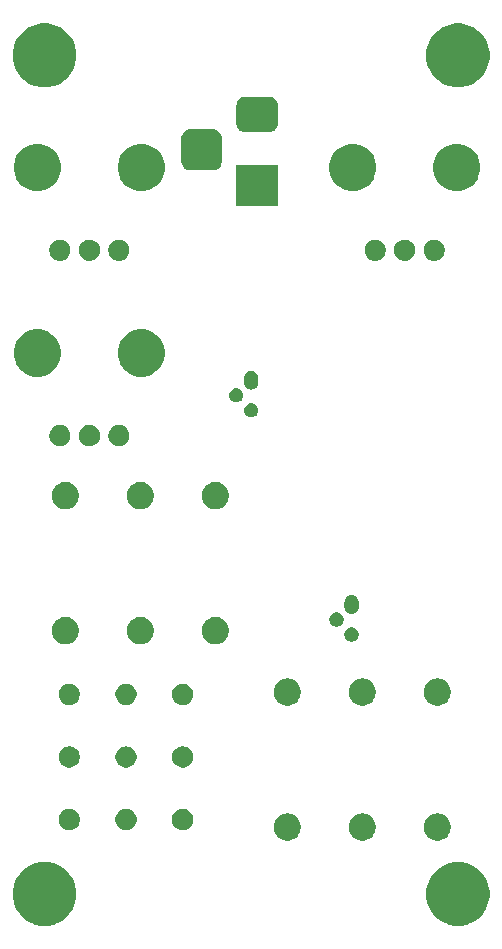
<source format=gbr>
%TF.GenerationSoftware,KiCad,Pcbnew,5.1.5-52549c5~84~ubuntu18.04.1*%
%TF.CreationDate,2019-12-01T00:39:59+01:00*%
%TF.ProjectId,clasicOverdrive,636c6173-6963-44f7-9665-726472697665,A*%
%TF.SameCoordinates,PX6708f40PY898d9f8*%
%TF.FileFunction,Soldermask,Bot*%
%TF.FilePolarity,Negative*%
%FSLAX46Y46*%
G04 Gerber Fmt 4.6, Leading zero omitted, Abs format (unit mm)*
G04 Created by KiCad (PCBNEW 5.1.5-52549c5~84~ubuntu18.04.1) date 2019-12-01 00:39:59*
%MOMM*%
%LPD*%
G04 APERTURE LIST*
%ADD10C,0.100000*%
G04 APERTURE END LIST*
D10*
G36*
X35787559Y2596241D02*
G01*
X35787562Y2596240D01*
X35787561Y2596240D01*
X36278930Y2392709D01*
X36721150Y2097227D01*
X37097227Y1721150D01*
X37392709Y1278930D01*
X37561320Y871866D01*
X37596241Y787559D01*
X37700000Y265928D01*
X37700000Y-265928D01*
X37596241Y-787559D01*
X37596240Y-787561D01*
X37392709Y-1278930D01*
X37097227Y-1721150D01*
X36721150Y-2097227D01*
X36278930Y-2392709D01*
X35871866Y-2561320D01*
X35787559Y-2596241D01*
X35265928Y-2700000D01*
X34734072Y-2700000D01*
X34212441Y-2596241D01*
X34128134Y-2561320D01*
X33721070Y-2392709D01*
X33278850Y-2097227D01*
X32902773Y-1721150D01*
X32607291Y-1278930D01*
X32403760Y-787561D01*
X32403759Y-787559D01*
X32300000Y-265928D01*
X32300000Y265928D01*
X32403759Y787559D01*
X32438680Y871866D01*
X32607291Y1278930D01*
X32902773Y1721150D01*
X33278850Y2097227D01*
X33721070Y2392709D01*
X34212439Y2596240D01*
X34212438Y2596240D01*
X34212441Y2596241D01*
X34734072Y2700000D01*
X35265928Y2700000D01*
X35787559Y2596241D01*
G37*
G36*
X787559Y2596241D02*
G01*
X787562Y2596240D01*
X787561Y2596240D01*
X1278930Y2392709D01*
X1721150Y2097227D01*
X2097227Y1721150D01*
X2392709Y1278930D01*
X2561320Y871866D01*
X2596241Y787559D01*
X2700000Y265928D01*
X2700000Y-265928D01*
X2596241Y-787559D01*
X2596240Y-787561D01*
X2392709Y-1278930D01*
X2097227Y-1721150D01*
X1721150Y-2097227D01*
X1278930Y-2392709D01*
X871866Y-2561320D01*
X787559Y-2596241D01*
X265928Y-2700000D01*
X-265928Y-2700000D01*
X-787559Y-2596241D01*
X-871866Y-2561320D01*
X-1278930Y-2392709D01*
X-1721150Y-2097227D01*
X-2097227Y-1721150D01*
X-2392709Y-1278930D01*
X-2596240Y-787561D01*
X-2596241Y-787559D01*
X-2700000Y-265928D01*
X-2700000Y265928D01*
X-2596241Y787559D01*
X-2561320Y871866D01*
X-2392709Y1278930D01*
X-2097227Y1721150D01*
X-1721150Y2097227D01*
X-1278930Y2392709D01*
X-787561Y2596240D01*
X-787562Y2596240D01*
X-787559Y2596241D01*
X-265928Y2700000D01*
X265928Y2700000D01*
X787559Y2596241D01*
G37*
G36*
X27124354Y6797903D02*
G01*
X27235443Y6775806D01*
X27358039Y6725024D01*
X27444728Y6689117D01*
X27633081Y6563264D01*
X27793264Y6403081D01*
X27919117Y6214728D01*
X27955024Y6128039D01*
X28005806Y6005443D01*
X28050000Y5783265D01*
X28050000Y5556735D01*
X28005806Y5334557D01*
X27955024Y5211961D01*
X27919117Y5125272D01*
X27793264Y4936919D01*
X27633081Y4776736D01*
X27444728Y4650883D01*
X27358039Y4614976D01*
X27235443Y4564194D01*
X27124354Y4542097D01*
X27013267Y4520000D01*
X26786733Y4520000D01*
X26675646Y4542097D01*
X26564557Y4564194D01*
X26441961Y4614976D01*
X26355272Y4650883D01*
X26166919Y4776736D01*
X26006736Y4936919D01*
X25880883Y5125272D01*
X25844976Y5211961D01*
X25794194Y5334557D01*
X25750000Y5556735D01*
X25750000Y5783265D01*
X25794194Y6005443D01*
X25844976Y6128039D01*
X25880883Y6214728D01*
X26006736Y6403081D01*
X26166919Y6563264D01*
X26355272Y6689117D01*
X26441961Y6725024D01*
X26564557Y6775806D01*
X26675646Y6797903D01*
X26786733Y6820000D01*
X27013267Y6820000D01*
X27124354Y6797903D01*
G37*
G36*
X20774354Y6797903D02*
G01*
X20885443Y6775806D01*
X21008039Y6725024D01*
X21094728Y6689117D01*
X21283081Y6563264D01*
X21443264Y6403081D01*
X21569117Y6214728D01*
X21605024Y6128039D01*
X21655806Y6005443D01*
X21700000Y5783265D01*
X21700000Y5556735D01*
X21655806Y5334557D01*
X21605024Y5211961D01*
X21569117Y5125272D01*
X21443264Y4936919D01*
X21283081Y4776736D01*
X21094728Y4650883D01*
X21008039Y4614976D01*
X20885443Y4564194D01*
X20774354Y4542097D01*
X20663267Y4520000D01*
X20436733Y4520000D01*
X20325646Y4542097D01*
X20214557Y4564194D01*
X20091961Y4614976D01*
X20005272Y4650883D01*
X19816919Y4776736D01*
X19656736Y4936919D01*
X19530883Y5125272D01*
X19494976Y5211961D01*
X19444194Y5334557D01*
X19400000Y5556735D01*
X19400000Y5783265D01*
X19444194Y6005443D01*
X19494976Y6128039D01*
X19530883Y6214728D01*
X19656736Y6403081D01*
X19816919Y6563264D01*
X20005272Y6689117D01*
X20091961Y6725024D01*
X20214557Y6775806D01*
X20325646Y6797903D01*
X20436733Y6820000D01*
X20663267Y6820000D01*
X20774354Y6797903D01*
G37*
G36*
X33474354Y6797903D02*
G01*
X33585443Y6775806D01*
X33708039Y6725024D01*
X33794728Y6689117D01*
X33983081Y6563264D01*
X34143264Y6403081D01*
X34269117Y6214728D01*
X34305024Y6128039D01*
X34355806Y6005443D01*
X34400000Y5783265D01*
X34400000Y5556735D01*
X34355806Y5334557D01*
X34305024Y5211961D01*
X34269117Y5125272D01*
X34143264Y4936919D01*
X33983081Y4776736D01*
X33794728Y4650883D01*
X33708039Y4614976D01*
X33585443Y4564194D01*
X33474354Y4542097D01*
X33363267Y4520000D01*
X33136733Y4520000D01*
X33025646Y4542097D01*
X32914557Y4564194D01*
X32791961Y4614976D01*
X32705272Y4650883D01*
X32516919Y4776736D01*
X32356736Y4936919D01*
X32230883Y5125272D01*
X32194976Y5211961D01*
X32144194Y5334557D01*
X32100000Y5556735D01*
X32100000Y5783265D01*
X32144194Y6005443D01*
X32194976Y6128039D01*
X32230883Y6214728D01*
X32356736Y6403081D01*
X32516919Y6563264D01*
X32705272Y6689117D01*
X32791961Y6725024D01*
X32914557Y6775806D01*
X33025646Y6797903D01*
X33136733Y6820000D01*
X33363267Y6820000D01*
X33474354Y6797903D01*
G37*
G36*
X7104561Y7176943D02*
G01*
X7162520Y7165414D01*
X7326310Y7097570D01*
X7473717Y6999076D01*
X7599076Y6873717D01*
X7697570Y6726310D01*
X7765414Y6562520D01*
X7800000Y6388642D01*
X7800000Y6211358D01*
X7765414Y6037480D01*
X7697570Y5873690D01*
X7599076Y5726283D01*
X7473717Y5600924D01*
X7326310Y5502430D01*
X7162520Y5434586D01*
X7104561Y5423057D01*
X6988644Y5400000D01*
X6811356Y5400000D01*
X6695439Y5423057D01*
X6637480Y5434586D01*
X6473690Y5502430D01*
X6326283Y5600924D01*
X6200924Y5726283D01*
X6102430Y5873690D01*
X6034586Y6037480D01*
X6000000Y6211358D01*
X6000000Y6388642D01*
X6034586Y6562520D01*
X6102430Y6726310D01*
X6200924Y6873717D01*
X6326283Y6999076D01*
X6473690Y7097570D01*
X6637480Y7165414D01*
X6695439Y7176943D01*
X6811356Y7200000D01*
X6988644Y7200000D01*
X7104561Y7176943D01*
G37*
G36*
X2304561Y7176943D02*
G01*
X2362520Y7165414D01*
X2526310Y7097570D01*
X2673717Y6999076D01*
X2799076Y6873717D01*
X2897570Y6726310D01*
X2965414Y6562520D01*
X3000000Y6388642D01*
X3000000Y6211358D01*
X2965414Y6037480D01*
X2897570Y5873690D01*
X2799076Y5726283D01*
X2673717Y5600924D01*
X2526310Y5502430D01*
X2362520Y5434586D01*
X2304561Y5423057D01*
X2188644Y5400000D01*
X2011356Y5400000D01*
X1895439Y5423057D01*
X1837480Y5434586D01*
X1673690Y5502430D01*
X1526283Y5600924D01*
X1400924Y5726283D01*
X1302430Y5873690D01*
X1234586Y6037480D01*
X1200000Y6211358D01*
X1200000Y6388642D01*
X1234586Y6562520D01*
X1302430Y6726310D01*
X1400924Y6873717D01*
X1526283Y6999076D01*
X1673690Y7097570D01*
X1837480Y7165414D01*
X1895439Y7176943D01*
X2011356Y7200000D01*
X2188644Y7200000D01*
X2304561Y7176943D01*
G37*
G36*
X11904561Y7176943D02*
G01*
X11962520Y7165414D01*
X12126310Y7097570D01*
X12273717Y6999076D01*
X12399076Y6873717D01*
X12497570Y6726310D01*
X12565414Y6562520D01*
X12600000Y6388642D01*
X12600000Y6211358D01*
X12565414Y6037480D01*
X12497570Y5873690D01*
X12399076Y5726283D01*
X12273717Y5600924D01*
X12126310Y5502430D01*
X11962520Y5434586D01*
X11904561Y5423057D01*
X11788644Y5400000D01*
X11611356Y5400000D01*
X11495439Y5423057D01*
X11437480Y5434586D01*
X11273690Y5502430D01*
X11126283Y5600924D01*
X11000924Y5726283D01*
X10902430Y5873690D01*
X10834586Y6037480D01*
X10800000Y6211358D01*
X10800000Y6388642D01*
X10834586Y6562520D01*
X10902430Y6726310D01*
X11000924Y6873717D01*
X11126283Y6999076D01*
X11273690Y7097570D01*
X11437480Y7165414D01*
X11495439Y7176943D01*
X11611356Y7200000D01*
X11788644Y7200000D01*
X11904561Y7176943D01*
G37*
G36*
X2304561Y12476943D02*
G01*
X2362520Y12465414D01*
X2526310Y12397570D01*
X2673717Y12299076D01*
X2799076Y12173717D01*
X2897570Y12026310D01*
X2965414Y11862520D01*
X3000000Y11688642D01*
X3000000Y11511358D01*
X2965414Y11337480D01*
X2897570Y11173690D01*
X2799076Y11026283D01*
X2673717Y10900924D01*
X2526310Y10802430D01*
X2362520Y10734586D01*
X2304561Y10723057D01*
X2188644Y10700000D01*
X2011356Y10700000D01*
X1895439Y10723057D01*
X1837480Y10734586D01*
X1673690Y10802430D01*
X1526283Y10900924D01*
X1400924Y11026283D01*
X1302430Y11173690D01*
X1234586Y11337480D01*
X1200000Y11511358D01*
X1200000Y11688642D01*
X1234586Y11862520D01*
X1302430Y12026310D01*
X1400924Y12173717D01*
X1526283Y12299076D01*
X1673690Y12397570D01*
X1837480Y12465414D01*
X1895439Y12476943D01*
X2011356Y12500000D01*
X2188644Y12500000D01*
X2304561Y12476943D01*
G37*
G36*
X11904561Y12476943D02*
G01*
X11962520Y12465414D01*
X12126310Y12397570D01*
X12273717Y12299076D01*
X12399076Y12173717D01*
X12497570Y12026310D01*
X12565414Y11862520D01*
X12600000Y11688642D01*
X12600000Y11511358D01*
X12565414Y11337480D01*
X12497570Y11173690D01*
X12399076Y11026283D01*
X12273717Y10900924D01*
X12126310Y10802430D01*
X11962520Y10734586D01*
X11904561Y10723057D01*
X11788644Y10700000D01*
X11611356Y10700000D01*
X11495439Y10723057D01*
X11437480Y10734586D01*
X11273690Y10802430D01*
X11126283Y10900924D01*
X11000924Y11026283D01*
X10902430Y11173690D01*
X10834586Y11337480D01*
X10800000Y11511358D01*
X10800000Y11688642D01*
X10834586Y11862520D01*
X10902430Y12026310D01*
X11000924Y12173717D01*
X11126283Y12299076D01*
X11273690Y12397570D01*
X11437480Y12465414D01*
X11495439Y12476943D01*
X11611356Y12500000D01*
X11788644Y12500000D01*
X11904561Y12476943D01*
G37*
G36*
X7104561Y12476943D02*
G01*
X7162520Y12465414D01*
X7326310Y12397570D01*
X7473717Y12299076D01*
X7599076Y12173717D01*
X7697570Y12026310D01*
X7765414Y11862520D01*
X7800000Y11688642D01*
X7800000Y11511358D01*
X7765414Y11337480D01*
X7697570Y11173690D01*
X7599076Y11026283D01*
X7473717Y10900924D01*
X7326310Y10802430D01*
X7162520Y10734586D01*
X7104561Y10723057D01*
X6988644Y10700000D01*
X6811356Y10700000D01*
X6695439Y10723057D01*
X6637480Y10734586D01*
X6473690Y10802430D01*
X6326283Y10900924D01*
X6200924Y11026283D01*
X6102430Y11173690D01*
X6034586Y11337480D01*
X6000000Y11511358D01*
X6000000Y11688642D01*
X6034586Y11862520D01*
X6102430Y12026310D01*
X6200924Y12173717D01*
X6326283Y12299076D01*
X6473690Y12397570D01*
X6637480Y12465414D01*
X6695439Y12476943D01*
X6811356Y12500000D01*
X6988644Y12500000D01*
X7104561Y12476943D01*
G37*
G36*
X33474354Y18227903D02*
G01*
X33585443Y18205806D01*
X33708039Y18155024D01*
X33794728Y18119117D01*
X33983081Y17993264D01*
X34143264Y17833081D01*
X34269117Y17644728D01*
X34305024Y17558039D01*
X34355806Y17435443D01*
X34400000Y17213265D01*
X34400000Y16986735D01*
X34355806Y16764557D01*
X34305024Y16641961D01*
X34269117Y16555272D01*
X34143264Y16366919D01*
X33983081Y16206736D01*
X33794728Y16080883D01*
X33708039Y16044976D01*
X33585443Y15994194D01*
X33474354Y15972097D01*
X33363267Y15950000D01*
X33136733Y15950000D01*
X33025646Y15972097D01*
X32914557Y15994194D01*
X32791961Y16044976D01*
X32705272Y16080883D01*
X32516919Y16206736D01*
X32356736Y16366919D01*
X32230883Y16555272D01*
X32194976Y16641961D01*
X32144194Y16764557D01*
X32100000Y16986735D01*
X32100000Y17213265D01*
X32144194Y17435443D01*
X32194976Y17558039D01*
X32230883Y17644728D01*
X32356736Y17833081D01*
X32516919Y17993264D01*
X32705272Y18119117D01*
X32791961Y18155024D01*
X32914557Y18205806D01*
X33025646Y18227903D01*
X33136733Y18250000D01*
X33363267Y18250000D01*
X33474354Y18227903D01*
G37*
G36*
X27124354Y18227903D02*
G01*
X27235443Y18205806D01*
X27358039Y18155024D01*
X27444728Y18119117D01*
X27633081Y17993264D01*
X27793264Y17833081D01*
X27919117Y17644728D01*
X27955024Y17558039D01*
X28005806Y17435443D01*
X28050000Y17213265D01*
X28050000Y16986735D01*
X28005806Y16764557D01*
X27955024Y16641961D01*
X27919117Y16555272D01*
X27793264Y16366919D01*
X27633081Y16206736D01*
X27444728Y16080883D01*
X27358039Y16044976D01*
X27235443Y15994194D01*
X27124354Y15972097D01*
X27013267Y15950000D01*
X26786733Y15950000D01*
X26675646Y15972097D01*
X26564557Y15994194D01*
X26441961Y16044976D01*
X26355272Y16080883D01*
X26166919Y16206736D01*
X26006736Y16366919D01*
X25880883Y16555272D01*
X25844976Y16641961D01*
X25794194Y16764557D01*
X25750000Y16986735D01*
X25750000Y17213265D01*
X25794194Y17435443D01*
X25844976Y17558039D01*
X25880883Y17644728D01*
X26006736Y17833081D01*
X26166919Y17993264D01*
X26355272Y18119117D01*
X26441961Y18155024D01*
X26564557Y18205806D01*
X26675646Y18227903D01*
X26786733Y18250000D01*
X27013267Y18250000D01*
X27124354Y18227903D01*
G37*
G36*
X20774354Y18227903D02*
G01*
X20885443Y18205806D01*
X21008039Y18155024D01*
X21094728Y18119117D01*
X21283081Y17993264D01*
X21443264Y17833081D01*
X21569117Y17644728D01*
X21605024Y17558039D01*
X21655806Y17435443D01*
X21700000Y17213265D01*
X21700000Y16986735D01*
X21655806Y16764557D01*
X21605024Y16641961D01*
X21569117Y16555272D01*
X21443264Y16366919D01*
X21283081Y16206736D01*
X21094728Y16080883D01*
X21008039Y16044976D01*
X20885443Y15994194D01*
X20774354Y15972097D01*
X20663267Y15950000D01*
X20436733Y15950000D01*
X20325646Y15972097D01*
X20214557Y15994194D01*
X20091961Y16044976D01*
X20005272Y16080883D01*
X19816919Y16206736D01*
X19656736Y16366919D01*
X19530883Y16555272D01*
X19494976Y16641961D01*
X19444194Y16764557D01*
X19400000Y16986735D01*
X19400000Y17213265D01*
X19444194Y17435443D01*
X19494976Y17558039D01*
X19530883Y17644728D01*
X19656736Y17833081D01*
X19816919Y17993264D01*
X20005272Y18119117D01*
X20091961Y18155024D01*
X20214557Y18205806D01*
X20325646Y18227903D01*
X20436733Y18250000D01*
X20663267Y18250000D01*
X20774354Y18227903D01*
G37*
G36*
X2304561Y17776943D02*
G01*
X2362520Y17765414D01*
X2526310Y17697570D01*
X2673717Y17599076D01*
X2799076Y17473717D01*
X2897570Y17326310D01*
X2965414Y17162520D01*
X3000000Y16988642D01*
X3000000Y16811358D01*
X2965414Y16637480D01*
X2897570Y16473690D01*
X2799076Y16326283D01*
X2673717Y16200924D01*
X2526310Y16102430D01*
X2362520Y16034586D01*
X2304561Y16023057D01*
X2188644Y16000000D01*
X2011356Y16000000D01*
X1895439Y16023057D01*
X1837480Y16034586D01*
X1673690Y16102430D01*
X1526283Y16200924D01*
X1400924Y16326283D01*
X1302430Y16473690D01*
X1234586Y16637480D01*
X1200000Y16811358D01*
X1200000Y16988642D01*
X1234586Y17162520D01*
X1302430Y17326310D01*
X1400924Y17473717D01*
X1526283Y17599076D01*
X1673690Y17697570D01*
X1837480Y17765414D01*
X1895439Y17776943D01*
X2011356Y17800000D01*
X2188644Y17800000D01*
X2304561Y17776943D01*
G37*
G36*
X7104561Y17776943D02*
G01*
X7162520Y17765414D01*
X7326310Y17697570D01*
X7473717Y17599076D01*
X7599076Y17473717D01*
X7697570Y17326310D01*
X7765414Y17162520D01*
X7800000Y16988642D01*
X7800000Y16811358D01*
X7765414Y16637480D01*
X7697570Y16473690D01*
X7599076Y16326283D01*
X7473717Y16200924D01*
X7326310Y16102430D01*
X7162520Y16034586D01*
X7104561Y16023057D01*
X6988644Y16000000D01*
X6811356Y16000000D01*
X6695439Y16023057D01*
X6637480Y16034586D01*
X6473690Y16102430D01*
X6326283Y16200924D01*
X6200924Y16326283D01*
X6102430Y16473690D01*
X6034586Y16637480D01*
X6000000Y16811358D01*
X6000000Y16988642D01*
X6034586Y17162520D01*
X6102430Y17326310D01*
X6200924Y17473717D01*
X6326283Y17599076D01*
X6473690Y17697570D01*
X6637480Y17765414D01*
X6695439Y17776943D01*
X6811356Y17800000D01*
X6988644Y17800000D01*
X7104561Y17776943D01*
G37*
G36*
X11904561Y17776943D02*
G01*
X11962520Y17765414D01*
X12126310Y17697570D01*
X12273717Y17599076D01*
X12399076Y17473717D01*
X12497570Y17326310D01*
X12565414Y17162520D01*
X12600000Y16988642D01*
X12600000Y16811358D01*
X12565414Y16637480D01*
X12497570Y16473690D01*
X12399076Y16326283D01*
X12273717Y16200924D01*
X12126310Y16102430D01*
X11962520Y16034586D01*
X11904561Y16023057D01*
X11788644Y16000000D01*
X11611356Y16000000D01*
X11495439Y16023057D01*
X11437480Y16034586D01*
X11273690Y16102430D01*
X11126283Y16200924D01*
X11000924Y16326283D01*
X10902430Y16473690D01*
X10834586Y16637480D01*
X10800000Y16811358D01*
X10800000Y16988642D01*
X10834586Y17162520D01*
X10902430Y17326310D01*
X11000924Y17473717D01*
X11126283Y17599076D01*
X11273690Y17697570D01*
X11437480Y17765414D01*
X11495439Y17776943D01*
X11611356Y17800000D01*
X11788644Y17800000D01*
X11904561Y17776943D01*
G37*
G36*
X1974354Y23427903D02*
G01*
X2085443Y23405806D01*
X2208039Y23355024D01*
X2294728Y23319117D01*
X2483081Y23193264D01*
X2643264Y23033081D01*
X2769117Y22844728D01*
X2802576Y22763950D01*
X2855806Y22635443D01*
X2900000Y22413265D01*
X2900000Y22186735D01*
X2855806Y21964557D01*
X2805024Y21841961D01*
X2769117Y21755272D01*
X2643264Y21566919D01*
X2483081Y21406736D01*
X2294728Y21280883D01*
X2208039Y21244976D01*
X2085443Y21194194D01*
X1974354Y21172097D01*
X1863267Y21150000D01*
X1636733Y21150000D01*
X1525646Y21172097D01*
X1414557Y21194194D01*
X1291961Y21244976D01*
X1205272Y21280883D01*
X1016919Y21406736D01*
X856736Y21566919D01*
X730883Y21755272D01*
X694976Y21841961D01*
X644194Y21964557D01*
X600000Y22186735D01*
X600000Y22413265D01*
X644194Y22635443D01*
X697424Y22763950D01*
X730883Y22844728D01*
X856736Y23033081D01*
X1016919Y23193264D01*
X1205272Y23319117D01*
X1291961Y23355024D01*
X1414557Y23405806D01*
X1525646Y23427903D01*
X1636733Y23450000D01*
X1863267Y23450000D01*
X1974354Y23427903D01*
G37*
G36*
X14674354Y23427903D02*
G01*
X14785443Y23405806D01*
X14908039Y23355024D01*
X14994728Y23319117D01*
X15183081Y23193264D01*
X15343264Y23033081D01*
X15469117Y22844728D01*
X15502576Y22763950D01*
X15555806Y22635443D01*
X15600000Y22413265D01*
X15600000Y22186735D01*
X15555806Y21964557D01*
X15505024Y21841961D01*
X15469117Y21755272D01*
X15343264Y21566919D01*
X15183081Y21406736D01*
X14994728Y21280883D01*
X14908039Y21244976D01*
X14785443Y21194194D01*
X14674354Y21172097D01*
X14563267Y21150000D01*
X14336733Y21150000D01*
X14225646Y21172097D01*
X14114557Y21194194D01*
X13991961Y21244976D01*
X13905272Y21280883D01*
X13716919Y21406736D01*
X13556736Y21566919D01*
X13430883Y21755272D01*
X13394976Y21841961D01*
X13344194Y21964557D01*
X13300000Y22186735D01*
X13300000Y22413265D01*
X13344194Y22635443D01*
X13397424Y22763950D01*
X13430883Y22844728D01*
X13556736Y23033081D01*
X13716919Y23193264D01*
X13905272Y23319117D01*
X13991961Y23355024D01*
X14114557Y23405806D01*
X14225646Y23427903D01*
X14336733Y23450000D01*
X14563267Y23450000D01*
X14674354Y23427903D01*
G37*
G36*
X8324354Y23427903D02*
G01*
X8435443Y23405806D01*
X8558039Y23355024D01*
X8644728Y23319117D01*
X8833081Y23193264D01*
X8993264Y23033081D01*
X9119117Y22844728D01*
X9152576Y22763950D01*
X9205806Y22635443D01*
X9250000Y22413265D01*
X9250000Y22186735D01*
X9205806Y21964557D01*
X9155024Y21841961D01*
X9119117Y21755272D01*
X8993264Y21566919D01*
X8833081Y21406736D01*
X8644728Y21280883D01*
X8558039Y21244976D01*
X8435443Y21194194D01*
X8324354Y21172097D01*
X8213267Y21150000D01*
X7986733Y21150000D01*
X7875646Y21172097D01*
X7764557Y21194194D01*
X7641961Y21244976D01*
X7555272Y21280883D01*
X7366919Y21406736D01*
X7206736Y21566919D01*
X7080883Y21755272D01*
X7044976Y21841961D01*
X6994194Y21964557D01*
X6950000Y22186735D01*
X6950000Y22413265D01*
X6994194Y22635443D01*
X7047424Y22763950D01*
X7080883Y22844728D01*
X7206736Y23033081D01*
X7366919Y23193264D01*
X7555272Y23319117D01*
X7641961Y23355024D01*
X7764557Y23405806D01*
X7875646Y23427903D01*
X7986733Y23450000D01*
X8213267Y23450000D01*
X8324354Y23427903D01*
G37*
G36*
X26175012Y22536943D02*
G01*
X26175015Y22536942D01*
X26175014Y22536942D01*
X26284207Y22491713D01*
X26382478Y22426050D01*
X26466050Y22342478D01*
X26466051Y22342476D01*
X26531714Y22244205D01*
X26576943Y22135012D01*
X26600000Y22019096D01*
X26600000Y21900904D01*
X26576943Y21784988D01*
X26576942Y21784986D01*
X26531713Y21675793D01*
X26466050Y21577522D01*
X26382478Y21493950D01*
X26284207Y21428287D01*
X26284206Y21428286D01*
X26284205Y21428286D01*
X26175012Y21383057D01*
X26059096Y21360000D01*
X25940904Y21360000D01*
X25824988Y21383057D01*
X25715795Y21428286D01*
X25715794Y21428286D01*
X25715793Y21428287D01*
X25617522Y21493950D01*
X25533950Y21577522D01*
X25468287Y21675793D01*
X25423058Y21784986D01*
X25423057Y21784988D01*
X25400000Y21900904D01*
X25400000Y22019096D01*
X25423057Y22135012D01*
X25468286Y22244205D01*
X25533949Y22342476D01*
X25533950Y22342478D01*
X25617522Y22426050D01*
X25715793Y22491713D01*
X25824986Y22536942D01*
X25824985Y22536942D01*
X25824988Y22536943D01*
X25940904Y22560000D01*
X26059096Y22560000D01*
X26175012Y22536943D01*
G37*
G36*
X24905012Y23806943D02*
G01*
X24924905Y23798703D01*
X25014207Y23761713D01*
X25112478Y23696050D01*
X25196050Y23612478D01*
X25196051Y23612476D01*
X25261714Y23514205D01*
X25306943Y23405012D01*
X25330000Y23289096D01*
X25330000Y23170904D01*
X25306943Y23054988D01*
X25306942Y23054986D01*
X25261713Y22945793D01*
X25196050Y22847522D01*
X25112478Y22763950D01*
X25014207Y22698287D01*
X25014206Y22698286D01*
X25014205Y22698286D01*
X24905012Y22653057D01*
X24789096Y22630000D01*
X24670904Y22630000D01*
X24554988Y22653057D01*
X24445795Y22698286D01*
X24445794Y22698286D01*
X24445793Y22698287D01*
X24347522Y22763950D01*
X24263950Y22847522D01*
X24198287Y22945793D01*
X24153058Y23054986D01*
X24153057Y23054988D01*
X24130000Y23170904D01*
X24130000Y23289096D01*
X24153057Y23405012D01*
X24198286Y23514205D01*
X24263949Y23612476D01*
X24263950Y23612478D01*
X24347522Y23696050D01*
X24445793Y23761713D01*
X24535095Y23798703D01*
X24554988Y23806943D01*
X24670904Y23830000D01*
X24789096Y23830000D01*
X24905012Y23806943D01*
G37*
G36*
X26117620Y25291319D02*
G01*
X26174171Y25274164D01*
X26230721Y25257010D01*
X26334955Y25201296D01*
X26426317Y25126317D01*
X26501296Y25034955D01*
X26557010Y24930721D01*
X26571097Y24884282D01*
X26591319Y24817620D01*
X26600000Y24729477D01*
X26600000Y24270522D01*
X26591319Y24182380D01*
X26574164Y24125829D01*
X26557010Y24069279D01*
X26501296Y23965045D01*
X26457713Y23911939D01*
X26426315Y23873680D01*
X26373089Y23830000D01*
X26334954Y23798704D01*
X26230720Y23742990D01*
X26174170Y23725836D01*
X26117619Y23708681D01*
X26000000Y23697097D01*
X25882380Y23708681D01*
X25825829Y23725836D01*
X25769279Y23742990D01*
X25665045Y23798704D01*
X25611939Y23842287D01*
X25573680Y23873685D01*
X25498705Y23965045D01*
X25498704Y23965046D01*
X25442990Y24069280D01*
X25408682Y24182379D01*
X25408681Y24182381D01*
X25400000Y24270523D01*
X25400000Y24729478D01*
X25408681Y24817620D01*
X25425836Y24874171D01*
X25442990Y24930721D01*
X25461562Y24965466D01*
X25498703Y25034953D01*
X25573684Y25126317D01*
X25665046Y25201296D01*
X25769280Y25257010D01*
X25825830Y25274164D01*
X25882381Y25291319D01*
X26000000Y25302903D01*
X26117620Y25291319D01*
G37*
G36*
X8324354Y34857903D02*
G01*
X8435443Y34835806D01*
X8558039Y34785024D01*
X8644728Y34749117D01*
X8833081Y34623264D01*
X8993264Y34463081D01*
X9119117Y34274728D01*
X9155024Y34188039D01*
X9205806Y34065443D01*
X9250000Y33843265D01*
X9250000Y33616735D01*
X9205806Y33394557D01*
X9155024Y33271961D01*
X9119117Y33185272D01*
X8993264Y32996919D01*
X8833081Y32836736D01*
X8644728Y32710883D01*
X8558039Y32674976D01*
X8435443Y32624194D01*
X8324354Y32602097D01*
X8213267Y32580000D01*
X7986733Y32580000D01*
X7875646Y32602097D01*
X7764557Y32624194D01*
X7641961Y32674976D01*
X7555272Y32710883D01*
X7366919Y32836736D01*
X7206736Y32996919D01*
X7080883Y33185272D01*
X7044976Y33271961D01*
X6994194Y33394557D01*
X6950000Y33616735D01*
X6950000Y33843265D01*
X6994194Y34065443D01*
X7044976Y34188039D01*
X7080883Y34274728D01*
X7206736Y34463081D01*
X7366919Y34623264D01*
X7555272Y34749117D01*
X7641961Y34785024D01*
X7764557Y34835806D01*
X7875646Y34857903D01*
X7986733Y34880000D01*
X8213267Y34880000D01*
X8324354Y34857903D01*
G37*
G36*
X14674354Y34857903D02*
G01*
X14785443Y34835806D01*
X14908039Y34785024D01*
X14994728Y34749117D01*
X15183081Y34623264D01*
X15343264Y34463081D01*
X15469117Y34274728D01*
X15505024Y34188039D01*
X15555806Y34065443D01*
X15600000Y33843265D01*
X15600000Y33616735D01*
X15555806Y33394557D01*
X15505024Y33271961D01*
X15469117Y33185272D01*
X15343264Y32996919D01*
X15183081Y32836736D01*
X14994728Y32710883D01*
X14908039Y32674976D01*
X14785443Y32624194D01*
X14674354Y32602097D01*
X14563267Y32580000D01*
X14336733Y32580000D01*
X14225646Y32602097D01*
X14114557Y32624194D01*
X13991961Y32674976D01*
X13905272Y32710883D01*
X13716919Y32836736D01*
X13556736Y32996919D01*
X13430883Y33185272D01*
X13394976Y33271961D01*
X13344194Y33394557D01*
X13300000Y33616735D01*
X13300000Y33843265D01*
X13344194Y34065443D01*
X13394976Y34188039D01*
X13430883Y34274728D01*
X13556736Y34463081D01*
X13716919Y34623264D01*
X13905272Y34749117D01*
X13991961Y34785024D01*
X14114557Y34835806D01*
X14225646Y34857903D01*
X14336733Y34880000D01*
X14563267Y34880000D01*
X14674354Y34857903D01*
G37*
G36*
X1974354Y34857903D02*
G01*
X2085443Y34835806D01*
X2208039Y34785024D01*
X2294728Y34749117D01*
X2483081Y34623264D01*
X2643264Y34463081D01*
X2769117Y34274728D01*
X2805024Y34188039D01*
X2855806Y34065443D01*
X2900000Y33843265D01*
X2900000Y33616735D01*
X2855806Y33394557D01*
X2805024Y33271961D01*
X2769117Y33185272D01*
X2643264Y32996919D01*
X2483081Y32836736D01*
X2294728Y32710883D01*
X2208039Y32674976D01*
X2085443Y32624194D01*
X1974354Y32602097D01*
X1863267Y32580000D01*
X1636733Y32580000D01*
X1525646Y32602097D01*
X1414557Y32624194D01*
X1291961Y32674976D01*
X1205272Y32710883D01*
X1016919Y32836736D01*
X856736Y32996919D01*
X730883Y33185272D01*
X694976Y33271961D01*
X644194Y33394557D01*
X600000Y33616735D01*
X600000Y33843265D01*
X644194Y34065443D01*
X694976Y34188039D01*
X730883Y34274728D01*
X856736Y34463081D01*
X1016919Y34623264D01*
X1205272Y34749117D01*
X1291961Y34785024D01*
X1414557Y34835806D01*
X1525646Y34857903D01*
X1636733Y34880000D01*
X1863267Y34880000D01*
X1974354Y34857903D01*
G37*
G36*
X4004561Y39676943D02*
G01*
X4062520Y39665414D01*
X4226310Y39597570D01*
X4373717Y39499076D01*
X4499076Y39373717D01*
X4597570Y39226310D01*
X4665414Y39062520D01*
X4700000Y38888642D01*
X4700000Y38711358D01*
X4665414Y38537480D01*
X4597570Y38373690D01*
X4499076Y38226283D01*
X4373717Y38100924D01*
X4226310Y38002430D01*
X4062520Y37934586D01*
X4004561Y37923057D01*
X3888644Y37900000D01*
X3711356Y37900000D01*
X3595439Y37923057D01*
X3537480Y37934586D01*
X3373690Y38002430D01*
X3226283Y38100924D01*
X3100924Y38226283D01*
X3002430Y38373690D01*
X2934586Y38537480D01*
X2900000Y38711358D01*
X2900000Y38888642D01*
X2934586Y39062520D01*
X3002430Y39226310D01*
X3100924Y39373717D01*
X3226283Y39499076D01*
X3373690Y39597570D01*
X3537480Y39665414D01*
X3595439Y39676943D01*
X3711356Y39700000D01*
X3888644Y39700000D01*
X4004561Y39676943D01*
G37*
G36*
X6504561Y39676943D02*
G01*
X6562520Y39665414D01*
X6726310Y39597570D01*
X6873717Y39499076D01*
X6999076Y39373717D01*
X7097570Y39226310D01*
X7165414Y39062520D01*
X7200000Y38888642D01*
X7200000Y38711358D01*
X7165414Y38537480D01*
X7097570Y38373690D01*
X6999076Y38226283D01*
X6873717Y38100924D01*
X6726310Y38002430D01*
X6562520Y37934586D01*
X6504561Y37923057D01*
X6388644Y37900000D01*
X6211356Y37900000D01*
X6095439Y37923057D01*
X6037480Y37934586D01*
X5873690Y38002430D01*
X5726283Y38100924D01*
X5600924Y38226283D01*
X5502430Y38373690D01*
X5434586Y38537480D01*
X5400000Y38711358D01*
X5400000Y38888642D01*
X5434586Y39062520D01*
X5502430Y39226310D01*
X5600924Y39373717D01*
X5726283Y39499076D01*
X5873690Y39597570D01*
X6037480Y39665414D01*
X6095439Y39676943D01*
X6211356Y39700000D01*
X6388644Y39700000D01*
X6504561Y39676943D01*
G37*
G36*
X1504561Y39676943D02*
G01*
X1562520Y39665414D01*
X1726310Y39597570D01*
X1873717Y39499076D01*
X1999076Y39373717D01*
X2097570Y39226310D01*
X2165414Y39062520D01*
X2200000Y38888642D01*
X2200000Y38711358D01*
X2165414Y38537480D01*
X2097570Y38373690D01*
X1999076Y38226283D01*
X1873717Y38100924D01*
X1726310Y38002430D01*
X1562520Y37934586D01*
X1504561Y37923057D01*
X1388644Y37900000D01*
X1211356Y37900000D01*
X1095439Y37923057D01*
X1037480Y37934586D01*
X873690Y38002430D01*
X726283Y38100924D01*
X600924Y38226283D01*
X502430Y38373690D01*
X434586Y38537480D01*
X400000Y38711358D01*
X400000Y38888642D01*
X434586Y39062520D01*
X502430Y39226310D01*
X600924Y39373717D01*
X726283Y39499076D01*
X873690Y39597570D01*
X1037480Y39665414D01*
X1095439Y39676943D01*
X1211356Y39700000D01*
X1388644Y39700000D01*
X1504561Y39676943D01*
G37*
G36*
X17675012Y41536943D02*
G01*
X17675015Y41536942D01*
X17675014Y41536942D01*
X17784207Y41491713D01*
X17882478Y41426050D01*
X17966050Y41342478D01*
X17966051Y41342476D01*
X18031714Y41244205D01*
X18076943Y41135012D01*
X18100000Y41019096D01*
X18100000Y40900904D01*
X18076943Y40784988D01*
X18076942Y40784986D01*
X18031713Y40675793D01*
X17966050Y40577522D01*
X17882478Y40493950D01*
X17784207Y40428287D01*
X17784206Y40428286D01*
X17784205Y40428286D01*
X17675012Y40383057D01*
X17559096Y40360000D01*
X17440904Y40360000D01*
X17324988Y40383057D01*
X17215795Y40428286D01*
X17215794Y40428286D01*
X17215793Y40428287D01*
X17117522Y40493950D01*
X17033950Y40577522D01*
X16968287Y40675793D01*
X16923058Y40784986D01*
X16923057Y40784988D01*
X16900000Y40900904D01*
X16900000Y41019096D01*
X16923057Y41135012D01*
X16968286Y41244205D01*
X17033949Y41342476D01*
X17033950Y41342478D01*
X17117522Y41426050D01*
X17215793Y41491713D01*
X17324986Y41536942D01*
X17324985Y41536942D01*
X17324988Y41536943D01*
X17440904Y41560000D01*
X17559096Y41560000D01*
X17675012Y41536943D01*
G37*
G36*
X16405012Y42806943D02*
G01*
X16424905Y42798703D01*
X16514207Y42761713D01*
X16612478Y42696050D01*
X16696050Y42612478D01*
X16696051Y42612476D01*
X16761714Y42514205D01*
X16806943Y42405012D01*
X16830000Y42289096D01*
X16830000Y42170904D01*
X16806943Y42054988D01*
X16806942Y42054986D01*
X16761713Y41945793D01*
X16696050Y41847522D01*
X16612478Y41763950D01*
X16514207Y41698287D01*
X16514206Y41698286D01*
X16514205Y41698286D01*
X16405012Y41653057D01*
X16289096Y41630000D01*
X16170904Y41630000D01*
X16054988Y41653057D01*
X15945795Y41698286D01*
X15945794Y41698286D01*
X15945793Y41698287D01*
X15847522Y41763950D01*
X15763950Y41847522D01*
X15698287Y41945793D01*
X15653058Y42054986D01*
X15653057Y42054988D01*
X15630000Y42170904D01*
X15630000Y42289096D01*
X15653057Y42405012D01*
X15698286Y42514205D01*
X15763949Y42612476D01*
X15763950Y42612478D01*
X15847522Y42696050D01*
X15945793Y42761713D01*
X16035095Y42798703D01*
X16054988Y42806943D01*
X16170904Y42830000D01*
X16289096Y42830000D01*
X16405012Y42806943D01*
G37*
G36*
X17617620Y44291319D02*
G01*
X17674171Y44274164D01*
X17730721Y44257010D01*
X17834955Y44201296D01*
X17926317Y44126317D01*
X18001296Y44034955D01*
X18057010Y43930721D01*
X18071097Y43884282D01*
X18091319Y43817620D01*
X18100000Y43729477D01*
X18100000Y43270522D01*
X18091319Y43182380D01*
X18074164Y43125829D01*
X18057010Y43069279D01*
X18001296Y42965045D01*
X17957713Y42911939D01*
X17926315Y42873680D01*
X17873089Y42830000D01*
X17834954Y42798704D01*
X17730720Y42742990D01*
X17674170Y42725836D01*
X17617619Y42708681D01*
X17500000Y42697097D01*
X17382380Y42708681D01*
X17325829Y42725836D01*
X17269279Y42742990D01*
X17165045Y42798704D01*
X17111939Y42842287D01*
X17073680Y42873685D01*
X16998705Y42965045D01*
X16998704Y42965046D01*
X16942990Y43069280D01*
X16908682Y43182379D01*
X16908681Y43182381D01*
X16900000Y43270523D01*
X16900000Y43729478D01*
X16908681Y43817620D01*
X16926651Y43876859D01*
X16942990Y43930721D01*
X16961562Y43965466D01*
X16998703Y44034953D01*
X17073684Y44126317D01*
X17165046Y44201296D01*
X17269280Y44257010D01*
X17325830Y44274164D01*
X17382381Y44291319D01*
X17500000Y44302903D01*
X17617620Y44291319D01*
G37*
G36*
X-16623Y47723142D02*
G01*
X196590Y47634826D01*
X347355Y47572377D01*
X674926Y47353501D01*
X953501Y47074926D01*
X1172377Y46747355D01*
X1172377Y46747354D01*
X1323142Y46383377D01*
X1400000Y45996984D01*
X1400000Y45603016D01*
X1323142Y45216623D01*
X1234826Y45003410D01*
X1172377Y44852645D01*
X953501Y44525074D01*
X674926Y44246499D01*
X347355Y44027623D01*
X196590Y43965174D01*
X-16623Y43876858D01*
X-403016Y43800000D01*
X-796984Y43800000D01*
X-1183377Y43876858D01*
X-1396590Y43965174D01*
X-1547355Y44027623D01*
X-1874926Y44246499D01*
X-2153501Y44525074D01*
X-2372377Y44852645D01*
X-2434826Y45003410D01*
X-2523142Y45216623D01*
X-2600000Y45603016D01*
X-2600000Y45996984D01*
X-2523142Y46383377D01*
X-2372377Y46747354D01*
X-2372377Y46747355D01*
X-2153501Y47074926D01*
X-1874926Y47353501D01*
X-1547355Y47572377D01*
X-1396590Y47634826D01*
X-1183377Y47723142D01*
X-796984Y47800000D01*
X-403016Y47800000D01*
X-16623Y47723142D01*
G37*
G36*
X8783377Y47723142D02*
G01*
X8996590Y47634826D01*
X9147355Y47572377D01*
X9474926Y47353501D01*
X9753501Y47074926D01*
X9972377Y46747355D01*
X9972377Y46747354D01*
X10123142Y46383377D01*
X10200000Y45996984D01*
X10200000Y45603016D01*
X10123142Y45216623D01*
X10034826Y45003410D01*
X9972377Y44852645D01*
X9753501Y44525074D01*
X9474926Y44246499D01*
X9147355Y44027623D01*
X8996590Y43965174D01*
X8783377Y43876858D01*
X8396984Y43800000D01*
X8003016Y43800000D01*
X7616623Y43876858D01*
X7403410Y43965174D01*
X7252645Y44027623D01*
X6925074Y44246499D01*
X6646499Y44525074D01*
X6427623Y44852645D01*
X6365174Y45003410D01*
X6276858Y45216623D01*
X6200000Y45603016D01*
X6200000Y45996984D01*
X6276858Y46383377D01*
X6427623Y46747354D01*
X6427623Y46747355D01*
X6646499Y47074926D01*
X6925074Y47353501D01*
X7252645Y47572377D01*
X7403410Y47634826D01*
X7616623Y47723142D01*
X8003016Y47800000D01*
X8396984Y47800000D01*
X8783377Y47723142D01*
G37*
G36*
X6504561Y55376943D02*
G01*
X6562520Y55365414D01*
X6726310Y55297570D01*
X6873717Y55199076D01*
X6999076Y55073717D01*
X7097570Y54926310D01*
X7165414Y54762520D01*
X7200000Y54588642D01*
X7200000Y54411358D01*
X7165414Y54237480D01*
X7097570Y54073690D01*
X6999076Y53926283D01*
X6873717Y53800924D01*
X6726310Y53702430D01*
X6562520Y53634586D01*
X6504561Y53623057D01*
X6388644Y53600000D01*
X6211356Y53600000D01*
X6095439Y53623057D01*
X6037480Y53634586D01*
X5873690Y53702430D01*
X5726283Y53800924D01*
X5600924Y53926283D01*
X5502430Y54073690D01*
X5434586Y54237480D01*
X5400000Y54411358D01*
X5400000Y54588642D01*
X5434586Y54762520D01*
X5502430Y54926310D01*
X5600924Y55073717D01*
X5726283Y55199076D01*
X5873690Y55297570D01*
X6037480Y55365414D01*
X6095439Y55376943D01*
X6211356Y55400000D01*
X6388644Y55400000D01*
X6504561Y55376943D01*
G37*
G36*
X1504561Y55376943D02*
G01*
X1562520Y55365414D01*
X1726310Y55297570D01*
X1873717Y55199076D01*
X1999076Y55073717D01*
X2097570Y54926310D01*
X2165414Y54762520D01*
X2200000Y54588642D01*
X2200000Y54411358D01*
X2165414Y54237480D01*
X2097570Y54073690D01*
X1999076Y53926283D01*
X1873717Y53800924D01*
X1726310Y53702430D01*
X1562520Y53634586D01*
X1504561Y53623057D01*
X1388644Y53600000D01*
X1211356Y53600000D01*
X1095439Y53623057D01*
X1037480Y53634586D01*
X873690Y53702430D01*
X726283Y53800924D01*
X600924Y53926283D01*
X502430Y54073690D01*
X434586Y54237480D01*
X400000Y54411358D01*
X400000Y54588642D01*
X434586Y54762520D01*
X502430Y54926310D01*
X600924Y55073717D01*
X726283Y55199076D01*
X873690Y55297570D01*
X1037480Y55365414D01*
X1095439Y55376943D01*
X1211356Y55400000D01*
X1388644Y55400000D01*
X1504561Y55376943D01*
G37*
G36*
X4004561Y55376943D02*
G01*
X4062520Y55365414D01*
X4226310Y55297570D01*
X4373717Y55199076D01*
X4499076Y55073717D01*
X4597570Y54926310D01*
X4665414Y54762520D01*
X4700000Y54588642D01*
X4700000Y54411358D01*
X4665414Y54237480D01*
X4597570Y54073690D01*
X4499076Y53926283D01*
X4373717Y53800924D01*
X4226310Y53702430D01*
X4062520Y53634586D01*
X4004561Y53623057D01*
X3888644Y53600000D01*
X3711356Y53600000D01*
X3595439Y53623057D01*
X3537480Y53634586D01*
X3373690Y53702430D01*
X3226283Y53800924D01*
X3100924Y53926283D01*
X3002430Y54073690D01*
X2934586Y54237480D01*
X2900000Y54411358D01*
X2900000Y54588642D01*
X2934586Y54762520D01*
X3002430Y54926310D01*
X3100924Y55073717D01*
X3226283Y55199076D01*
X3373690Y55297570D01*
X3537480Y55365414D01*
X3595439Y55376943D01*
X3711356Y55400000D01*
X3888644Y55400000D01*
X4004561Y55376943D01*
G37*
G36*
X28204561Y55376943D02*
G01*
X28262520Y55365414D01*
X28426310Y55297570D01*
X28573717Y55199076D01*
X28699076Y55073717D01*
X28797570Y54926310D01*
X28865414Y54762520D01*
X28900000Y54588642D01*
X28900000Y54411358D01*
X28865414Y54237480D01*
X28797570Y54073690D01*
X28699076Y53926283D01*
X28573717Y53800924D01*
X28426310Y53702430D01*
X28262520Y53634586D01*
X28204561Y53623057D01*
X28088644Y53600000D01*
X27911356Y53600000D01*
X27795439Y53623057D01*
X27737480Y53634586D01*
X27573690Y53702430D01*
X27426283Y53800924D01*
X27300924Y53926283D01*
X27202430Y54073690D01*
X27134586Y54237480D01*
X27100000Y54411358D01*
X27100000Y54588642D01*
X27134586Y54762520D01*
X27202430Y54926310D01*
X27300924Y55073717D01*
X27426283Y55199076D01*
X27573690Y55297570D01*
X27737480Y55365414D01*
X27795439Y55376943D01*
X27911356Y55400000D01*
X28088644Y55400000D01*
X28204561Y55376943D01*
G37*
G36*
X30704561Y55376943D02*
G01*
X30762520Y55365414D01*
X30926310Y55297570D01*
X31073717Y55199076D01*
X31199076Y55073717D01*
X31297570Y54926310D01*
X31365414Y54762520D01*
X31400000Y54588642D01*
X31400000Y54411358D01*
X31365414Y54237480D01*
X31297570Y54073690D01*
X31199076Y53926283D01*
X31073717Y53800924D01*
X30926310Y53702430D01*
X30762520Y53634586D01*
X30704561Y53623057D01*
X30588644Y53600000D01*
X30411356Y53600000D01*
X30295439Y53623057D01*
X30237480Y53634586D01*
X30073690Y53702430D01*
X29926283Y53800924D01*
X29800924Y53926283D01*
X29702430Y54073690D01*
X29634586Y54237480D01*
X29600000Y54411358D01*
X29600000Y54588642D01*
X29634586Y54762520D01*
X29702430Y54926310D01*
X29800924Y55073717D01*
X29926283Y55199076D01*
X30073690Y55297570D01*
X30237480Y55365414D01*
X30295439Y55376943D01*
X30411356Y55400000D01*
X30588644Y55400000D01*
X30704561Y55376943D01*
G37*
G36*
X33204561Y55376943D02*
G01*
X33262520Y55365414D01*
X33426310Y55297570D01*
X33573717Y55199076D01*
X33699076Y55073717D01*
X33797570Y54926310D01*
X33865414Y54762520D01*
X33900000Y54588642D01*
X33900000Y54411358D01*
X33865414Y54237480D01*
X33797570Y54073690D01*
X33699076Y53926283D01*
X33573717Y53800924D01*
X33426310Y53702430D01*
X33262520Y53634586D01*
X33204561Y53623057D01*
X33088644Y53600000D01*
X32911356Y53600000D01*
X32795439Y53623057D01*
X32737480Y53634586D01*
X32573690Y53702430D01*
X32426283Y53800924D01*
X32300924Y53926283D01*
X32202430Y54073690D01*
X32134586Y54237480D01*
X32100000Y54411358D01*
X32100000Y54588642D01*
X32134586Y54762520D01*
X32202430Y54926310D01*
X32300924Y55073717D01*
X32426283Y55199076D01*
X32573690Y55297570D01*
X32737480Y55365414D01*
X32795439Y55376943D01*
X32911356Y55400000D01*
X33088644Y55400000D01*
X33204561Y55376943D01*
G37*
G36*
X19750000Y58250000D02*
G01*
X16250000Y58250000D01*
X16250000Y61750000D01*
X19750000Y61750000D01*
X19750000Y58250000D01*
G37*
G36*
X8783377Y63423142D02*
G01*
X8996590Y63334826D01*
X9147355Y63272377D01*
X9474926Y63053501D01*
X9753501Y62774926D01*
X9972377Y62447355D01*
X9972377Y62447354D01*
X10123142Y62083377D01*
X10200000Y61696984D01*
X10200000Y61303016D01*
X10123142Y60916623D01*
X10034826Y60703410D01*
X9972377Y60552645D01*
X9753501Y60225074D01*
X9474926Y59946499D01*
X9147355Y59727623D01*
X8996590Y59665174D01*
X8783377Y59576858D01*
X8396984Y59500000D01*
X8003016Y59500000D01*
X7616623Y59576858D01*
X7403410Y59665174D01*
X7252645Y59727623D01*
X6925074Y59946499D01*
X6646499Y60225074D01*
X6427623Y60552645D01*
X6365174Y60703410D01*
X6276858Y60916623D01*
X6200000Y61303016D01*
X6200000Y61696984D01*
X6276858Y62083377D01*
X6427623Y62447354D01*
X6427623Y62447355D01*
X6646499Y62774926D01*
X6925074Y63053501D01*
X7252645Y63272377D01*
X7403410Y63334826D01*
X7616623Y63423142D01*
X8003016Y63500000D01*
X8396984Y63500000D01*
X8783377Y63423142D01*
G37*
G36*
X35483377Y63423142D02*
G01*
X35696590Y63334826D01*
X35847355Y63272377D01*
X36174926Y63053501D01*
X36453501Y62774926D01*
X36672377Y62447355D01*
X36672377Y62447354D01*
X36823142Y62083377D01*
X36900000Y61696984D01*
X36900000Y61303016D01*
X36823142Y60916623D01*
X36734826Y60703410D01*
X36672377Y60552645D01*
X36453501Y60225074D01*
X36174926Y59946499D01*
X35847355Y59727623D01*
X35696590Y59665174D01*
X35483377Y59576858D01*
X35096984Y59500000D01*
X34703016Y59500000D01*
X34316623Y59576858D01*
X34103410Y59665174D01*
X33952645Y59727623D01*
X33625074Y59946499D01*
X33346499Y60225074D01*
X33127623Y60552645D01*
X33065174Y60703410D01*
X32976858Y60916623D01*
X32900000Y61303016D01*
X32900000Y61696984D01*
X32976858Y62083377D01*
X33127623Y62447354D01*
X33127623Y62447355D01*
X33346499Y62774926D01*
X33625074Y63053501D01*
X33952645Y63272377D01*
X34103410Y63334826D01*
X34316623Y63423142D01*
X34703016Y63500000D01*
X35096984Y63500000D01*
X35483377Y63423142D01*
G37*
G36*
X26683377Y63423142D02*
G01*
X26896590Y63334826D01*
X27047355Y63272377D01*
X27374926Y63053501D01*
X27653501Y62774926D01*
X27872377Y62447355D01*
X27872377Y62447354D01*
X28023142Y62083377D01*
X28100000Y61696984D01*
X28100000Y61303016D01*
X28023142Y60916623D01*
X27934826Y60703410D01*
X27872377Y60552645D01*
X27653501Y60225074D01*
X27374926Y59946499D01*
X27047355Y59727623D01*
X26896590Y59665174D01*
X26683377Y59576858D01*
X26296984Y59500000D01*
X25903016Y59500000D01*
X25516623Y59576858D01*
X25303410Y59665174D01*
X25152645Y59727623D01*
X24825074Y59946499D01*
X24546499Y60225074D01*
X24327623Y60552645D01*
X24265174Y60703410D01*
X24176858Y60916623D01*
X24100000Y61303016D01*
X24100000Y61696984D01*
X24176858Y62083377D01*
X24327623Y62447354D01*
X24327623Y62447355D01*
X24546499Y62774926D01*
X24825074Y63053501D01*
X25152645Y63272377D01*
X25303410Y63334826D01*
X25516623Y63423142D01*
X25903016Y63500000D01*
X26296984Y63500000D01*
X26683377Y63423142D01*
G37*
G36*
X-16623Y63423142D02*
G01*
X196590Y63334826D01*
X347355Y63272377D01*
X674926Y63053501D01*
X953501Y62774926D01*
X1172377Y62447355D01*
X1172377Y62447354D01*
X1323142Y62083377D01*
X1400000Y61696984D01*
X1400000Y61303016D01*
X1323142Y60916623D01*
X1234826Y60703410D01*
X1172377Y60552645D01*
X953501Y60225074D01*
X674926Y59946499D01*
X347355Y59727623D01*
X196590Y59665174D01*
X-16623Y59576858D01*
X-403016Y59500000D01*
X-796984Y59500000D01*
X-1183377Y59576858D01*
X-1396590Y59665174D01*
X-1547355Y59727623D01*
X-1874926Y59946499D01*
X-2153501Y60225074D01*
X-2372377Y60552645D01*
X-2434826Y60703410D01*
X-2523142Y60916623D01*
X-2600000Y61303016D01*
X-2600000Y61696984D01*
X-2523142Y62083377D01*
X-2372377Y62447354D01*
X-2372377Y62447355D01*
X-2153501Y62774926D01*
X-1874926Y63053501D01*
X-1547355Y63272377D01*
X-1396590Y63334826D01*
X-1183377Y63423142D01*
X-796984Y63500000D01*
X-403016Y63500000D01*
X-16623Y63423142D01*
G37*
G36*
X14365779Y64733431D02*
G01*
X14525190Y64685074D01*
X14672098Y64606550D01*
X14800869Y64500869D01*
X14906550Y64372098D01*
X14985074Y64225190D01*
X15033431Y64065779D01*
X15050000Y63897546D01*
X15050000Y62102454D01*
X15033431Y61934221D01*
X14985074Y61774810D01*
X14906550Y61627902D01*
X14800869Y61499131D01*
X14672098Y61393450D01*
X14525190Y61314926D01*
X14365779Y61266569D01*
X14197546Y61250000D01*
X12402454Y61250000D01*
X12234221Y61266569D01*
X12074810Y61314926D01*
X11927902Y61393450D01*
X11799131Y61499131D01*
X11693450Y61627902D01*
X11614926Y61774810D01*
X11566569Y61934221D01*
X11550000Y62102454D01*
X11550000Y63897546D01*
X11566569Y64065779D01*
X11614926Y64225190D01*
X11693450Y64372098D01*
X11799131Y64500869D01*
X11927902Y64606550D01*
X12074810Y64685074D01*
X12234221Y64733431D01*
X12402454Y64750000D01*
X14197546Y64750000D01*
X14365779Y64733431D01*
G37*
G36*
X19166393Y67485833D02*
G01*
X19302354Y67444589D01*
X19427652Y67377616D01*
X19537481Y67287481D01*
X19627616Y67177652D01*
X19694589Y67052354D01*
X19735833Y66916393D01*
X19750000Y66772546D01*
X19750000Y65227454D01*
X19735833Y65083607D01*
X19694589Y64947646D01*
X19627616Y64822348D01*
X19537481Y64712519D01*
X19427652Y64622384D01*
X19302354Y64555411D01*
X19166393Y64514167D01*
X19022546Y64500000D01*
X16977454Y64500000D01*
X16833607Y64514167D01*
X16697646Y64555411D01*
X16572348Y64622384D01*
X16462519Y64712519D01*
X16372384Y64822348D01*
X16305411Y64947646D01*
X16264167Y65083607D01*
X16250000Y65227454D01*
X16250000Y66772546D01*
X16264167Y66916393D01*
X16305411Y67052354D01*
X16372384Y67177652D01*
X16462519Y67287481D01*
X16572348Y67377616D01*
X16697646Y67444589D01*
X16833607Y67485833D01*
X16977454Y67500000D01*
X19022546Y67500000D01*
X19166393Y67485833D01*
G37*
G36*
X35787559Y73596241D02*
G01*
X35787562Y73596240D01*
X35787561Y73596240D01*
X36278930Y73392709D01*
X36721150Y73097227D01*
X37097227Y72721150D01*
X37392709Y72278930D01*
X37561320Y71871866D01*
X37596241Y71787559D01*
X37700000Y71265928D01*
X37700000Y70734072D01*
X37596241Y70212441D01*
X37596240Y70212439D01*
X37392709Y69721070D01*
X37097227Y69278850D01*
X36721150Y68902773D01*
X36278930Y68607291D01*
X35871866Y68438680D01*
X35787559Y68403759D01*
X35265928Y68300000D01*
X34734072Y68300000D01*
X34212441Y68403759D01*
X34128134Y68438680D01*
X33721070Y68607291D01*
X33278850Y68902773D01*
X32902773Y69278850D01*
X32607291Y69721070D01*
X32403760Y70212439D01*
X32403759Y70212441D01*
X32300000Y70734072D01*
X32300000Y71265928D01*
X32403759Y71787559D01*
X32438680Y71871866D01*
X32607291Y72278930D01*
X32902773Y72721150D01*
X33278850Y73097227D01*
X33721070Y73392709D01*
X34212439Y73596240D01*
X34212438Y73596240D01*
X34212441Y73596241D01*
X34734072Y73700000D01*
X35265928Y73700000D01*
X35787559Y73596241D01*
G37*
G36*
X787559Y73596241D02*
G01*
X787562Y73596240D01*
X787561Y73596240D01*
X1278930Y73392709D01*
X1721150Y73097227D01*
X2097227Y72721150D01*
X2392709Y72278930D01*
X2561320Y71871866D01*
X2596241Y71787559D01*
X2700000Y71265928D01*
X2700000Y70734072D01*
X2596241Y70212441D01*
X2596240Y70212439D01*
X2392709Y69721070D01*
X2097227Y69278850D01*
X1721150Y68902773D01*
X1278930Y68607291D01*
X871866Y68438680D01*
X787559Y68403759D01*
X265928Y68300000D01*
X-265928Y68300000D01*
X-787559Y68403759D01*
X-871866Y68438680D01*
X-1278930Y68607291D01*
X-1721150Y68902773D01*
X-2097227Y69278850D01*
X-2392709Y69721070D01*
X-2596240Y70212439D01*
X-2596241Y70212441D01*
X-2700000Y70734072D01*
X-2700000Y71265928D01*
X-2596241Y71787559D01*
X-2561320Y71871866D01*
X-2392709Y72278930D01*
X-2097227Y72721150D01*
X-1721150Y73097227D01*
X-1278930Y73392709D01*
X-787561Y73596240D01*
X-787562Y73596240D01*
X-787559Y73596241D01*
X-265928Y73700000D01*
X265928Y73700000D01*
X787559Y73596241D01*
G37*
M02*

</source>
